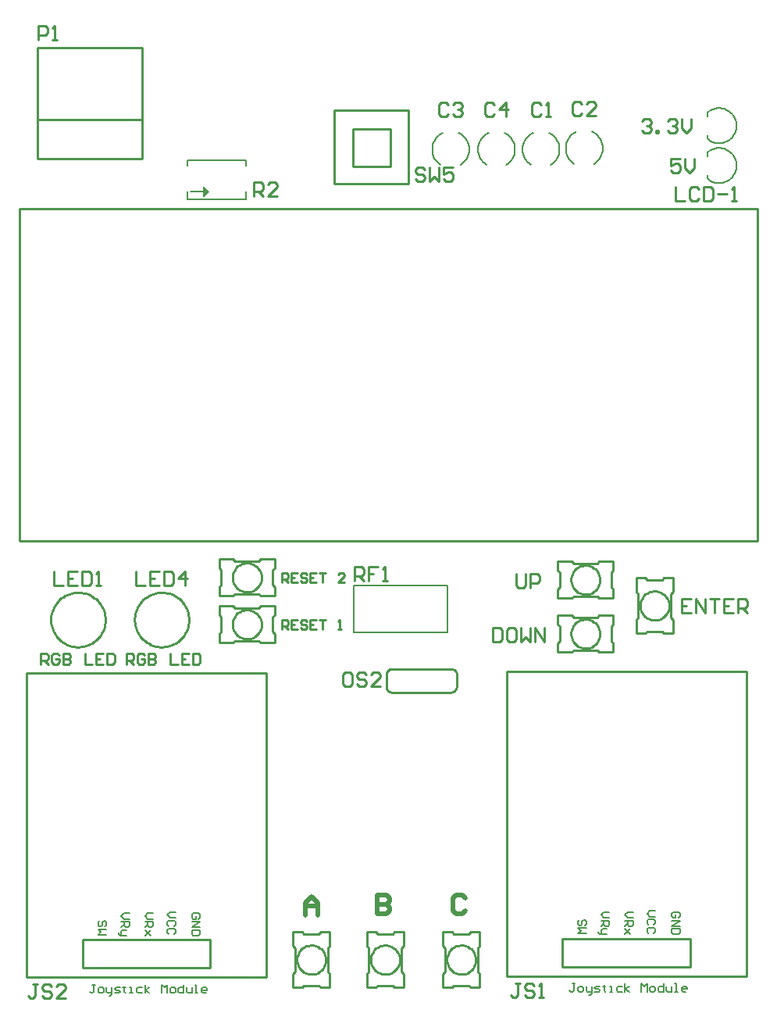
<source format=gto>
G04 Layer_Color=65535*
%FSLAX25Y25*%
%MOIN*%
G70*
G01*
G75*
%ADD37C,0.00787*%
%ADD38C,0.01000*%
%ADD39C,0.00913*%
%ADD40C,0.00600*%
%ADD41C,0.00709*%
%ADD42C,0.02000*%
D37*
X411232Y669860D02*
X412034Y670446D01*
X412756Y671127D01*
X413387Y671895D01*
X413916Y672735D01*
X414334Y673635D01*
X414637Y674581D01*
X414817Y675558D01*
X414874Y676549D01*
X414805Y677539D01*
X414612Y678514D01*
X414298Y679456D01*
X413868Y680351D01*
X413329Y681184D01*
X412689Y681944D01*
X411959Y682617D01*
X411150Y683192D01*
X410274Y683661D01*
X403726Y683661D02*
X402850Y683192D01*
X402041Y682617D01*
X401311Y681944D01*
X400671Y681184D01*
X400132Y680351D01*
X399702Y679456D01*
X399388Y678514D01*
X399195Y677539D01*
X399126Y676549D01*
X399183Y675558D01*
X399363Y674581D01*
X399666Y673635D01*
X400084Y672735D01*
X400613Y671895D01*
X401244Y671127D01*
X401966Y670446D01*
X402768Y669860D01*
X391732D02*
X392534Y670446D01*
X393256Y671127D01*
X393887Y671895D01*
X394416Y672735D01*
X394834Y673635D01*
X395137Y674581D01*
X395317Y675558D01*
X395374Y676549D01*
X395305Y677539D01*
X395112Y678514D01*
X394798Y679456D01*
X394368Y680351D01*
X393829Y681184D01*
X393189Y681944D01*
X392459Y682617D01*
X391650Y683192D01*
X390774Y683661D01*
X384226Y683661D02*
X383350Y683192D01*
X382541Y682617D01*
X381811Y681944D01*
X381171Y681184D01*
X380632Y680351D01*
X380202Y679456D01*
X379888Y678514D01*
X379695Y677539D01*
X379626Y676549D01*
X379683Y675558D01*
X379863Y674581D01*
X380166Y673635D01*
X380585Y672735D01*
X381113Y671895D01*
X381744Y671127D01*
X382466Y670446D01*
X383268Y669860D01*
X496955Y681108D02*
X497729Y680492D01*
X498577Y679984D01*
X499484Y679592D01*
X500436Y679322D01*
X501414Y679180D01*
X502403Y679168D01*
X503384Y679286D01*
X504342Y679532D01*
X505259Y679902D01*
X506119Y680390D01*
X506908Y680986D01*
X507611Y681681D01*
X508217Y682462D01*
X508715Y683316D01*
X509096Y684229D01*
X509354Y685183D01*
X509484Y686163D01*
Y687152D01*
X509354Y688132D01*
X509096Y689086D01*
X508715Y689999D01*
X508217Y690853D01*
X507611Y691634D01*
X506908Y692329D01*
X506119Y692925D01*
X505259Y693412D01*
X504342Y693783D01*
X503384Y694029D01*
X502403Y694147D01*
X501414Y694135D01*
X500436Y693993D01*
X499484Y693723D01*
X498577Y693331D01*
X497729Y692822D01*
X496955Y692207D01*
Y664108D02*
X497729Y663492D01*
X498577Y662984D01*
X499484Y662592D01*
X500436Y662322D01*
X501414Y662180D01*
X502403Y662168D01*
X503384Y662286D01*
X504342Y662532D01*
X505259Y662902D01*
X506119Y663390D01*
X506908Y663986D01*
X507611Y664681D01*
X508217Y665462D01*
X508715Y666316D01*
X509096Y667229D01*
X509354Y668183D01*
X509484Y669163D01*
Y670152D01*
X509354Y671132D01*
X509096Y672086D01*
X508715Y672999D01*
X508217Y673853D01*
X507611Y674634D01*
X506908Y675329D01*
X506119Y675925D01*
X505259Y676412D01*
X504342Y676782D01*
X503384Y677029D01*
X502403Y677147D01*
X501414Y677135D01*
X500436Y676992D01*
X499484Y676723D01*
X498577Y676331D01*
X497729Y675822D01*
X496955Y675207D01*
X448732Y670360D02*
X449534Y670946D01*
X450256Y671627D01*
X450887Y672395D01*
X451416Y673235D01*
X451834Y674135D01*
X452137Y675081D01*
X452317Y676058D01*
X452374Y677049D01*
X452305Y678040D01*
X452112Y679014D01*
X451798Y679956D01*
X451368Y680851D01*
X450829Y681684D01*
X450189Y682444D01*
X449459Y683116D01*
X448650Y683692D01*
X447774Y684161D01*
X441226Y684161D02*
X440350Y683692D01*
X439541Y683116D01*
X438811Y682444D01*
X438171Y681684D01*
X437632Y680851D01*
X437202Y679956D01*
X436888Y679014D01*
X436695Y678040D01*
X436626Y677049D01*
X436683Y676058D01*
X436863Y675081D01*
X437166Y674135D01*
X437584Y673235D01*
X438113Y672395D01*
X438744Y671627D01*
X439466Y670946D01*
X440268Y670360D01*
X430232Y669860D02*
X431034Y670446D01*
X431756Y671127D01*
X432387Y671895D01*
X432916Y672735D01*
X433334Y673635D01*
X433637Y674581D01*
X433817Y675558D01*
X433874Y676549D01*
X433805Y677539D01*
X433612Y678514D01*
X433298Y679456D01*
X432868Y680351D01*
X432329Y681184D01*
X431689Y681944D01*
X430959Y682617D01*
X430150Y683192D01*
X429274Y683661D01*
X422726Y683661D02*
X421850Y683192D01*
X421041Y682617D01*
X420311Y681944D01*
X419671Y681184D01*
X419132Y680351D01*
X418702Y679456D01*
X418388Y678514D01*
X418195Y677539D01*
X418126Y676549D01*
X418183Y675558D01*
X418363Y674581D01*
X418666Y673635D01*
X419085Y672735D01*
X419613Y671895D01*
X420244Y671127D01*
X420966Y670446D01*
X421768Y669860D01*
X496955Y681108D02*
Y682612D01*
Y690702D02*
Y692207D01*
Y664108D02*
Y665612D01*
Y673702D02*
Y675207D01*
X346000Y470500D02*
Y490500D01*
X386000Y470500D02*
Y490500D01*
X346000Y470500D02*
X386000D01*
X346000Y490500D02*
X386000D01*
D38*
X306685Y474000D02*
X306605Y474992D01*
X306366Y475958D01*
X305976Y476874D01*
X305444Y477715D01*
X304784Y478460D01*
X304013Y479090D01*
X303151Y479588D01*
X302221Y479941D01*
X301245Y480140D01*
X300251Y480180D01*
X299263Y480060D01*
X298307Y479783D01*
X297408Y479356D01*
X296588Y478791D01*
X295871Y478101D01*
X295273Y477306D01*
X294810Y476424D01*
X294495Y475480D01*
X294335Y474498D01*
X294335Y473502D01*
X294495Y472520D01*
X294810Y471576D01*
X295273Y470694D01*
X295871Y469899D01*
X296588Y469209D01*
X297408Y468644D01*
X298307Y468217D01*
X299263Y467940D01*
X300251Y467820D01*
X301245Y467860D01*
X302221Y468059D01*
X303151Y468412D01*
X304013Y468910D01*
X304784Y469540D01*
X305444Y470285D01*
X305976Y471126D01*
X306366Y472042D01*
X306605Y473008D01*
X306685Y474000D01*
Y494000D02*
X306605Y494992D01*
X306366Y495959D01*
X305976Y496874D01*
X305444Y497715D01*
X304784Y498460D01*
X304013Y499090D01*
X303151Y499587D01*
X302221Y499940D01*
X301245Y500140D01*
X300251Y500180D01*
X299263Y500060D01*
X298307Y499783D01*
X297408Y499356D01*
X296588Y498791D01*
X295871Y498101D01*
X295273Y497305D01*
X294810Y496424D01*
X294495Y495480D01*
X294335Y494498D01*
X294335Y493502D01*
X294495Y492520D01*
X294810Y491576D01*
X295273Y490695D01*
X295871Y489899D01*
X296588Y489209D01*
X297408Y488644D01*
X298307Y488217D01*
X299263Y487940D01*
X300251Y487820D01*
X301245Y487860D01*
X302221Y488060D01*
X303151Y488413D01*
X304013Y488910D01*
X304784Y489540D01*
X305444Y490285D01*
X305976Y491126D01*
X306366Y492041D01*
X306605Y493008D01*
X306685Y494000D01*
X480685Y482000D02*
X480605Y482992D01*
X480366Y483958D01*
X479976Y484874D01*
X479444Y485715D01*
X478784Y486460D01*
X478013Y487090D01*
X477151Y487587D01*
X476221Y487941D01*
X475246Y488140D01*
X474251Y488180D01*
X473263Y488060D01*
X472307Y487783D01*
X471408Y487356D01*
X470588Y486791D01*
X469871Y486101D01*
X469273Y485306D01*
X468810Y484424D01*
X468495Y483480D01*
X468335Y482498D01*
X468335Y481502D01*
X468495Y480520D01*
X468810Y479576D01*
X469273Y478694D01*
X469871Y477899D01*
X470588Y477209D01*
X471408Y476644D01*
X472307Y476217D01*
X473263Y475940D01*
X474251Y475820D01*
X475246Y475860D01*
X476221Y476059D01*
X477151Y476412D01*
X478013Y476910D01*
X478784Y477540D01*
X479444Y478285D01*
X479976Y479126D01*
X480366Y480042D01*
X480605Y481008D01*
X480685Y482000D01*
X451185Y470000D02*
X451105Y470992D01*
X450866Y471958D01*
X450476Y472874D01*
X449944Y473715D01*
X449284Y474460D01*
X448513Y475090D01*
X447651Y475588D01*
X446721Y475941D01*
X445746Y476140D01*
X444751Y476180D01*
X443763Y476060D01*
X442807Y475783D01*
X441908Y475356D01*
X441088Y474791D01*
X440371Y474101D01*
X439773Y473306D01*
X439310Y472424D01*
X438995Y471480D01*
X438835Y470498D01*
X438835Y469502D01*
X438995Y468520D01*
X439310Y467576D01*
X439773Y466694D01*
X440371Y465899D01*
X441088Y465209D01*
X441908Y464644D01*
X442807Y464217D01*
X443763Y463940D01*
X444751Y463820D01*
X445746Y463860D01*
X446721Y464059D01*
X447651Y464412D01*
X448513Y464910D01*
X449284Y465540D01*
X449944Y466285D01*
X450476Y467126D01*
X450866Y468042D01*
X451105Y469008D01*
X451185Y470000D01*
Y493000D02*
X451105Y493992D01*
X450866Y494958D01*
X450476Y495874D01*
X449944Y496715D01*
X449284Y497460D01*
X448513Y498090D01*
X447651Y498588D01*
X446721Y498941D01*
X445746Y499140D01*
X444751Y499180D01*
X443763Y499060D01*
X442807Y498783D01*
X441908Y498356D01*
X441088Y497791D01*
X440371Y497101D01*
X439773Y496306D01*
X439310Y495424D01*
X438995Y494480D01*
X438835Y493498D01*
X438835Y492502D01*
X438995Y491520D01*
X439310Y490576D01*
X439773Y489694D01*
X440371Y488899D01*
X441088Y488209D01*
X441908Y487644D01*
X442807Y487217D01*
X443763Y486940D01*
X444751Y486820D01*
X445746Y486860D01*
X446721Y487059D01*
X447651Y487413D01*
X448513Y487910D01*
X449284Y488540D01*
X449944Y489285D01*
X450476Y490126D01*
X450866Y491042D01*
X451105Y492008D01*
X451185Y493000D01*
X390000Y453000D02*
X389732Y454000D01*
X389000Y454732D01*
X388000Y455000D01*
X387500Y445000D02*
X388457Y445190D01*
X389268Y445732D01*
X389810Y446543D01*
X390000Y447500D01*
X360000D02*
X360190Y446543D01*
X360732Y445732D01*
X361543Y445190D01*
X362500Y445000D01*
Y455000D02*
X361543Y454810D01*
X360732Y454268D01*
X360190Y453457D01*
X360000Y452500D01*
X334185Y331000D02*
X334105Y331992D01*
X333866Y332959D01*
X333476Y333874D01*
X332944Y334715D01*
X332284Y335460D01*
X331513Y336090D01*
X330651Y336588D01*
X329721Y336941D01*
X328746Y337140D01*
X327751Y337180D01*
X326763Y337060D01*
X325807Y336783D01*
X324908Y336356D01*
X324089Y335791D01*
X323371Y335101D01*
X322773Y334306D01*
X322310Y333424D01*
X321995Y332480D01*
X321835Y331498D01*
X321835Y330502D01*
X321995Y329520D01*
X322310Y328576D01*
X322773Y327695D01*
X323371Y326899D01*
X324089Y326209D01*
X324908Y325644D01*
X325807Y325217D01*
X326763Y324940D01*
X327751Y324820D01*
X328746Y324860D01*
X329721Y325060D01*
X330651Y325413D01*
X331513Y325910D01*
X332284Y326540D01*
X332944Y327285D01*
X333476Y328126D01*
X333866Y329042D01*
X334105Y330008D01*
X334185Y331000D01*
X365685D02*
X365605Y331992D01*
X365366Y332959D01*
X364976Y333874D01*
X364444Y334715D01*
X363784Y335460D01*
X363013Y336090D01*
X362151Y336588D01*
X361221Y336941D01*
X360245Y337140D01*
X359251Y337180D01*
X358263Y337060D01*
X357307Y336783D01*
X356408Y336356D01*
X355589Y335791D01*
X354871Y335101D01*
X354273Y334306D01*
X353810Y333424D01*
X353495Y332480D01*
X353335Y331498D01*
X353335Y330502D01*
X353495Y329520D01*
X353810Y328576D01*
X354273Y327695D01*
X354871Y326899D01*
X355589Y326209D01*
X356408Y325644D01*
X357307Y325217D01*
X358263Y324940D01*
X359251Y324820D01*
X360245Y324860D01*
X361221Y325060D01*
X362151Y325413D01*
X363013Y325910D01*
X363784Y326540D01*
X364444Y327285D01*
X364976Y328126D01*
X365366Y329042D01*
X365605Y330008D01*
X365685Y331000D01*
X398185D02*
X398105Y331992D01*
X397866Y332959D01*
X397476Y333874D01*
X396944Y334715D01*
X396284Y335460D01*
X395513Y336090D01*
X394651Y336588D01*
X393721Y336941D01*
X392745Y337140D01*
X391751Y337180D01*
X390763Y337060D01*
X389807Y336783D01*
X388908Y336356D01*
X388088Y335791D01*
X387371Y335101D01*
X386773Y334306D01*
X386310Y333424D01*
X385995Y332480D01*
X385835Y331498D01*
X385835Y330502D01*
X385995Y329520D01*
X386310Y328576D01*
X386773Y327695D01*
X387371Y326899D01*
X388088Y326209D01*
X388908Y325644D01*
X389807Y325217D01*
X390763Y324940D01*
X391751Y324820D01*
X392745Y324860D01*
X393721Y325060D01*
X394651Y325413D01*
X395513Y325910D01*
X396284Y326540D01*
X396944Y327285D01*
X397476Y328126D01*
X397866Y329042D01*
X398105Y330008D01*
X398185Y331000D01*
X211138Y689126D02*
X255862D01*
X211138Y719870D02*
X255862D01*
Y672626D02*
Y719870D01*
X211138Y672626D02*
Y719870D01*
Y672626D02*
X255862D01*
X295469Y467000D02*
X305531D01*
X295469Y481000D02*
X305531D01*
X311500Y470874D02*
Y477126D01*
X289500Y470874D02*
Y477126D01*
X294594Y481874D02*
X295469Y481000D01*
X288689Y481874D02*
X294594D01*
X305531Y481000D02*
X306406Y481874D01*
X312311D01*
X294594Y466126D02*
X295469Y467000D01*
X288689Y466126D02*
X294594D01*
X305531Y467000D02*
X306406Y466126D01*
X312311D01*
X311500Y470874D02*
X312311Y470063D01*
Y466126D02*
Y470063D01*
X311500Y477126D02*
X312311Y477937D01*
Y481874D01*
X288689Y470063D02*
X289500Y470874D01*
X288689Y466126D02*
Y470063D01*
Y477937D02*
X289500Y477126D01*
X288689Y477937D02*
Y481874D01*
X295469Y487000D02*
X305531D01*
X295469Y501000D02*
X305531D01*
X311500Y490874D02*
Y497126D01*
X289500Y490874D02*
Y497126D01*
X294594Y501874D02*
X295469Y501000D01*
X288689Y501874D02*
X294594D01*
X305531Y501000D02*
X306406Y501874D01*
X312311D01*
X294594Y486126D02*
X295469Y487000D01*
X288689Y486126D02*
X294594D01*
X305531Y487000D02*
X306406Y486126D01*
X312311D01*
X311500Y490874D02*
X312311Y490063D01*
Y486126D02*
Y490063D01*
X311500Y497126D02*
X312311Y497937D01*
Y501874D01*
X288689Y490063D02*
X289500Y490874D01*
X288689Y486126D02*
Y490063D01*
Y497937D02*
X289500Y497126D01*
X288689Y497937D02*
Y501874D01*
X481500Y476969D02*
Y487031D01*
X467500Y476969D02*
Y487031D01*
X471374Y493000D02*
X477626D01*
X471374Y471000D02*
X477626D01*
X466626Y476094D02*
X467500Y476969D01*
X466626Y470189D02*
Y476094D01*
Y487906D02*
X467500Y487031D01*
X466626Y487906D02*
Y493811D01*
X481500Y476969D02*
X482374Y476094D01*
Y470189D02*
Y476094D01*
X481500Y487031D02*
X482374Y487906D01*
Y493811D01*
X477626Y493000D02*
X478437Y493811D01*
X482374D01*
X470563D02*
X471374Y493000D01*
X466626Y493811D02*
X470563D01*
X477626Y471000D02*
X478437Y470189D01*
X482374D01*
X470563D02*
X471374Y471000D01*
X466626Y470189D02*
X470563D01*
X439969Y463000D02*
X450031D01*
X439969Y477000D02*
X450031D01*
X456000Y466874D02*
Y473126D01*
X434000Y466874D02*
Y473126D01*
X439094Y477874D02*
X439969Y477000D01*
X433189Y477874D02*
X439094D01*
X450031Y477000D02*
X450906Y477874D01*
X456811D01*
X439094Y462126D02*
X439969Y463000D01*
X433189Y462126D02*
X439094D01*
X450031Y463000D02*
X450906Y462126D01*
X456811D01*
X456000Y466874D02*
X456811Y466063D01*
Y462126D02*
Y466063D01*
X456000Y473126D02*
X456811Y473937D01*
Y477874D01*
X433189Y466063D02*
X434000Y466874D01*
X433189Y462126D02*
Y466063D01*
Y473937D02*
X434000Y473126D01*
X433189Y473937D02*
Y477874D01*
X439969Y486000D02*
X450031D01*
X439969Y500000D02*
X450031D01*
X456000Y489874D02*
Y496126D01*
X434000Y489874D02*
Y496126D01*
X439094Y500874D02*
X439969Y500000D01*
X433189Y500874D02*
X439094D01*
X450031Y500000D02*
X450906Y500874D01*
X456811D01*
X439094Y485126D02*
X439969Y486000D01*
X433189Y485126D02*
X439094D01*
X450031Y486000D02*
X450906Y485126D01*
X456811D01*
X456000Y489874D02*
X456811Y489063D01*
Y485126D02*
Y489063D01*
X456000Y496126D02*
X456811Y496937D01*
Y500874D01*
X433189Y489063D02*
X434000Y489874D01*
X433189Y485126D02*
Y489063D01*
Y496937D02*
X434000Y496126D01*
X433189Y496937D02*
Y500874D01*
X284862Y327500D02*
Y339500D01*
X230362Y327500D02*
X284862D01*
X230362Y339500D02*
X284862D01*
X230362Y327500D02*
Y339500D01*
X206500Y323500D02*
X308862D01*
X206500D02*
Y453421D01*
X308862Y323500D02*
Y453421D01*
X206500D02*
X308862D01*
X489681Y328000D02*
Y340000D01*
X435181Y328000D02*
X489681D01*
X435181Y340000D02*
X489681D01*
X435181Y328000D02*
Y340000D01*
X411319Y324000D02*
X513681D01*
X411319D02*
Y453921D01*
X513681Y324000D02*
Y453921D01*
X411319D02*
X513681D01*
X203504Y509610D02*
X518465D01*
X203504D02*
Y651343D01*
X518465Y509610D02*
Y651343D01*
X203504D02*
X518465D01*
X360000Y447500D02*
Y452500D01*
X362500Y445000D02*
X387500D01*
X390000Y447500D02*
Y453000D01*
X362500Y455000D02*
X388000D01*
X335000Y325969D02*
Y336031D01*
X321000Y325969D02*
Y336031D01*
X324874Y342000D02*
X331126D01*
X324874Y320000D02*
X331126D01*
X320126Y325094D02*
X321000Y325969D01*
X320126Y319189D02*
Y325094D01*
Y336906D02*
X321000Y336031D01*
X320126Y336906D02*
Y342811D01*
X335000Y325969D02*
X335874Y325094D01*
Y319189D02*
Y325094D01*
X335000Y336031D02*
X335874Y336906D01*
Y342811D01*
X331126Y342000D02*
X331937Y342811D01*
X335874D01*
X324063D02*
X324874Y342000D01*
X320126Y342811D02*
X324063D01*
X331126Y320000D02*
X331937Y319189D01*
X335874D01*
X324063D02*
X324874Y320000D01*
X320126Y319189D02*
X324063D01*
X366500Y325969D02*
Y336031D01*
X352500Y325969D02*
Y336031D01*
X356374Y342000D02*
X362626D01*
X356374Y320000D02*
X362626D01*
X351626Y325094D02*
X352500Y325969D01*
X351626Y319189D02*
Y325094D01*
Y336906D02*
X352500Y336031D01*
X351626Y336906D02*
Y342811D01*
X366500Y325969D02*
X367374Y325094D01*
Y319189D02*
Y325094D01*
X366500Y336031D02*
X367374Y336906D01*
Y342811D01*
X362626Y342000D02*
X363437Y342811D01*
X367374D01*
X355563D02*
X356374Y342000D01*
X351626Y342811D02*
X355563D01*
X362626Y320000D02*
X363437Y319189D01*
X367374D01*
X355563D02*
X356374Y320000D01*
X351626Y319189D02*
X355563D01*
X399000Y325969D02*
Y336031D01*
X385000Y325969D02*
Y336031D01*
X388874Y342000D02*
X395126D01*
X388874Y320000D02*
X395126D01*
X384126Y325094D02*
X385000Y325969D01*
X384126Y319189D02*
Y325094D01*
Y336906D02*
X385000Y336031D01*
X384126Y336906D02*
Y342811D01*
X399000Y325969D02*
X399874Y325094D01*
Y319189D02*
Y325094D01*
X399000Y336031D02*
X399874Y336906D01*
Y342811D01*
X395126Y342000D02*
X395937Y342811D01*
X399874D01*
X388063D02*
X388874Y342000D01*
X384126Y342811D02*
X388063D01*
X395126Y320000D02*
X395937Y319189D01*
X399874D01*
X388063D02*
X388874Y320000D01*
X384126Y319189D02*
X388063D01*
X337878Y661843D02*
Y693339D01*
X337882Y693343D02*
X369378D01*
X337882Y661843D02*
X369378D01*
Y661846D02*
Y693343D01*
X346130Y685343D02*
X361878D01*
Y669469D02*
Y685217D01*
X345878Y669469D02*
Y685217D01*
Y669343D02*
X361626D01*
X425999Y695498D02*
X424999Y696498D01*
X423000D01*
X422000Y695498D01*
Y691500D01*
X423000Y690500D01*
X424999D01*
X425999Y691500D01*
X427998Y690500D02*
X429997D01*
X428998D01*
Y696498D01*
X427998Y695498D01*
X443499Y695998D02*
X442499Y696998D01*
X440500D01*
X439500Y695998D01*
Y692000D01*
X440500Y691000D01*
X442499D01*
X443499Y692000D01*
X449497Y691000D02*
X445498D01*
X449497Y694999D01*
Y695998D01*
X448497Y696998D01*
X446498D01*
X445498Y695998D01*
X386499Y695498D02*
X385499Y696498D01*
X383500D01*
X382500Y695498D01*
Y691500D01*
X383500Y690500D01*
X385499D01*
X386499Y691500D01*
X388498Y695498D02*
X389498Y696498D01*
X391497D01*
X392497Y695498D01*
Y694499D01*
X391497Y693499D01*
X390497D01*
X391497D01*
X392497Y692499D01*
Y691500D01*
X391497Y690500D01*
X389498D01*
X388498Y691500D01*
X405999Y695498D02*
X404999Y696498D01*
X403000D01*
X402000Y695498D01*
Y691500D01*
X403000Y690500D01*
X404999D01*
X405999Y691500D01*
X410997Y690500D02*
Y696498D01*
X407998Y693499D01*
X411997D01*
X416999Y320998D02*
X414999D01*
X415999D01*
Y316000D01*
X414999Y315000D01*
X414000D01*
X413000Y316000D01*
X422997Y319998D02*
X421997Y320998D01*
X419998D01*
X418998Y319998D01*
Y318999D01*
X419998Y317999D01*
X421997D01*
X422997Y316999D01*
Y316000D01*
X421997Y315000D01*
X419998D01*
X418998Y316000D01*
X424996Y315000D02*
X426996D01*
X425996D01*
Y320998D01*
X424996Y319998D01*
X210999Y320498D02*
X208999D01*
X209999D01*
Y315500D01*
X208999Y314500D01*
X208000D01*
X207000Y315500D01*
X216997Y319498D02*
X215997Y320498D01*
X213998D01*
X212998Y319498D01*
Y318499D01*
X213998Y317499D01*
X215997D01*
X216997Y316499D01*
Y315500D01*
X215997Y314500D01*
X213998D01*
X212998Y315500D01*
X222995Y314500D02*
X218996D01*
X222995Y318499D01*
Y319498D01*
X221995Y320498D01*
X219996D01*
X218996Y319498D01*
X483500Y660498D02*
Y654500D01*
X487499D01*
X493497Y659498D02*
X492497Y660498D01*
X490498D01*
X489498Y659498D01*
Y655500D01*
X490498Y654500D01*
X492497D01*
X493497Y655500D01*
X495496Y660498D02*
Y654500D01*
X498495D01*
X499495Y655500D01*
Y659498D01*
X498495Y660498D01*
X495496D01*
X501494Y657499D02*
X505493D01*
X507492Y654500D02*
X509492D01*
X508492D01*
Y660498D01*
X507492Y659498D01*
X218000Y496498D02*
Y490500D01*
X221999D01*
X227997Y496498D02*
X223998D01*
Y490500D01*
X227997D01*
X223998Y493499D02*
X225997D01*
X229996Y496498D02*
Y490500D01*
X232995D01*
X233995Y491500D01*
Y495498D01*
X232995Y496498D01*
X229996D01*
X235994Y490500D02*
X237994D01*
X236994D01*
Y496498D01*
X235994Y495498D01*
X485499Y672498D02*
X481500D01*
Y669499D01*
X483499Y670499D01*
X484499D01*
X485499Y669499D01*
Y667500D01*
X484499Y666500D01*
X482500D01*
X481500Y667500D01*
X487498Y672498D02*
Y668499D01*
X489497Y666500D01*
X491497Y668499D01*
Y672498D01*
X469000Y688498D02*
X470000Y689498D01*
X471999D01*
X472999Y688498D01*
Y687499D01*
X471999Y686499D01*
X470999D01*
X471999D01*
X472999Y685499D01*
Y684500D01*
X471999Y683500D01*
X470000D01*
X469000Y684500D01*
X474998Y683500D02*
Y684500D01*
X475998D01*
Y683500D01*
X474998D01*
X479996Y688498D02*
X480996Y689498D01*
X482996D01*
X483995Y688498D01*
Y687499D01*
X482996Y686499D01*
X481996D01*
X482996D01*
X483995Y685499D01*
Y684500D01*
X482996Y683500D01*
X480996D01*
X479996Y684500D01*
X485994Y689498D02*
Y685499D01*
X487994Y683500D01*
X489993Y685499D01*
Y689498D01*
X253000Y496498D02*
Y490500D01*
X256999D01*
X262997Y496498D02*
X258998D01*
Y490500D01*
X262997D01*
X258998Y493499D02*
X260997D01*
X264996Y496498D02*
Y490500D01*
X267995D01*
X268995Y491500D01*
Y495498D01*
X267995Y496498D01*
X264996D01*
X273993Y490500D02*
Y496498D01*
X270994Y493499D01*
X274993D01*
X344499Y453498D02*
X342500D01*
X341500Y452498D01*
Y448500D01*
X342500Y447500D01*
X344499D01*
X345499Y448500D01*
Y452498D01*
X344499Y453498D01*
X351497Y452498D02*
X350497Y453498D01*
X348498D01*
X347498Y452498D01*
Y451499D01*
X348498Y450499D01*
X350497D01*
X351497Y449499D01*
Y448500D01*
X350497Y447500D01*
X348498D01*
X347498Y448500D01*
X357495Y447500D02*
X353496D01*
X357495Y451499D01*
Y452498D01*
X356495Y453498D01*
X354496D01*
X353496Y452498D01*
X211600Y723400D02*
Y729398D01*
X214599D01*
X215599Y728398D01*
Y726399D01*
X214599Y725399D01*
X211600D01*
X217598Y723400D02*
X219597D01*
X218598D01*
Y729398D01*
X217598Y728398D01*
X303500Y656500D02*
Y662498D01*
X306499D01*
X307499Y661498D01*
Y659499D01*
X306499Y658499D01*
X303500D01*
X305499D02*
X307499Y656500D01*
X313497D02*
X309498D01*
X313497Y660499D01*
Y661498D01*
X312497Y662498D01*
X310498D01*
X309498Y661498D01*
X346500Y492500D02*
Y498498D01*
X349499D01*
X350499Y497498D01*
Y495499D01*
X349499Y494499D01*
X346500D01*
X348499D02*
X350499Y492500D01*
X356497Y498498D02*
X352498D01*
Y495499D01*
X354497D01*
X352498D01*
Y492500D01*
X358496D02*
X360495D01*
X359496D01*
Y498498D01*
X358496Y497498D01*
X415500Y495498D02*
Y490500D01*
X416500Y489500D01*
X418499D01*
X419499Y490500D01*
Y495498D01*
X421498Y489500D02*
Y495498D01*
X424497D01*
X425497Y494498D01*
Y492499D01*
X424497Y491499D01*
X421498D01*
X405500Y472498D02*
Y466500D01*
X408499D01*
X409499Y467500D01*
Y471498D01*
X408499Y472498D01*
X405500D01*
X414497D02*
X412498D01*
X411498Y471498D01*
Y467500D01*
X412498Y466500D01*
X414497D01*
X415497Y467500D01*
Y471498D01*
X414497Y472498D01*
X417496D02*
Y466500D01*
X419495Y468499D01*
X421495Y466500D01*
Y472498D01*
X423494Y466500D02*
Y472498D01*
X427493Y466500D01*
Y472498D01*
X489999Y484998D02*
X486000D01*
Y479000D01*
X489999D01*
X486000Y481999D02*
X487999D01*
X491998Y479000D02*
Y484998D01*
X495997Y479000D01*
Y484998D01*
X497996D02*
X501995D01*
X499996D01*
Y479000D01*
X507993Y484998D02*
X503994D01*
Y479000D01*
X507993D01*
X503994Y481999D02*
X505994D01*
X509992Y479000D02*
Y484998D01*
X512991D01*
X513991Y483998D01*
Y481999D01*
X512991Y480999D01*
X509992D01*
X511992D02*
X513991Y479000D01*
X315500Y492000D02*
Y495999D01*
X317499D01*
X318166Y495332D01*
Y493999D01*
X317499Y493333D01*
X315500D01*
X316833D02*
X318166Y492000D01*
X322165Y495999D02*
X319499D01*
Y492000D01*
X322165D01*
X319499Y493999D02*
X320832D01*
X326163Y495332D02*
X325497Y495999D01*
X324164D01*
X323497Y495332D01*
Y494666D01*
X324164Y493999D01*
X325497D01*
X326163Y493333D01*
Y492666D01*
X325497Y492000D01*
X324164D01*
X323497Y492666D01*
X330162Y495999D02*
X327496D01*
Y492000D01*
X330162D01*
X327496Y493999D02*
X328829D01*
X331495Y495999D02*
X334161D01*
X332828D01*
Y492000D01*
X342158D02*
X339492D01*
X342158Y494666D01*
Y495332D01*
X341492Y495999D01*
X340159D01*
X339492Y495332D01*
X315500Y472000D02*
Y475999D01*
X317499D01*
X318166Y475332D01*
Y473999D01*
X317499Y473333D01*
X315500D01*
X316833D02*
X318166Y472000D01*
X322165Y475999D02*
X319499D01*
Y472000D01*
X322165D01*
X319499Y473999D02*
X320832D01*
X326163Y475332D02*
X325497Y475999D01*
X324164D01*
X323497Y475332D01*
Y474666D01*
X324164Y473999D01*
X325497D01*
X326163Y473333D01*
Y472666D01*
X325497Y472000D01*
X324164D01*
X323497Y472666D01*
X330162Y475999D02*
X327496D01*
Y472000D01*
X330162D01*
X327496Y473999D02*
X328829D01*
X331495Y475999D02*
X334161D01*
X332828D01*
Y472000D01*
X339492D02*
X340825D01*
X340159D01*
Y475999D01*
X339492Y475332D01*
X376499Y667841D02*
X375499Y668841D01*
X373500D01*
X372500Y667841D01*
Y666841D01*
X373500Y665842D01*
X375499D01*
X376499Y664842D01*
Y663842D01*
X375499Y662843D01*
X373500D01*
X372500Y663842D01*
X378498Y668841D02*
Y662843D01*
X380497Y664842D01*
X382497Y662843D01*
Y668841D01*
X388495D02*
X384496D01*
Y665842D01*
X386495Y666841D01*
X387495D01*
X388495Y665842D01*
Y663842D01*
X387495Y662843D01*
X385496D01*
X384496Y663842D01*
X249000Y457000D02*
Y461723D01*
X251361D01*
X252149Y460936D01*
Y459361D01*
X251361Y458574D01*
X249000D01*
X250574D02*
X252149Y457000D01*
X256872Y460936D02*
X256084Y461723D01*
X254510D01*
X253723Y460936D01*
Y457787D01*
X254510Y457000D01*
X256084D01*
X256872Y457787D01*
Y459361D01*
X255297D01*
X258446Y461723D02*
Y457000D01*
X260807D01*
X261594Y457787D01*
Y458574D01*
X260807Y459361D01*
X258446D01*
X260807D01*
X261594Y460149D01*
Y460936D01*
X260807Y461723D01*
X258446D01*
X267892D02*
Y457000D01*
X271040D01*
X275763Y461723D02*
X272614D01*
Y457000D01*
X275763D01*
X272614Y459361D02*
X274189D01*
X277337Y461723D02*
Y457000D01*
X279699D01*
X280486Y457787D01*
Y460936D01*
X279699Y461723D01*
X277337D01*
X212500Y457000D02*
Y461723D01*
X214861D01*
X215649Y460936D01*
Y459361D01*
X214861Y458574D01*
X212500D01*
X214074D02*
X215649Y457000D01*
X220372Y460936D02*
X219584Y461723D01*
X218010D01*
X217223Y460936D01*
Y457787D01*
X218010Y457000D01*
X219584D01*
X220372Y457787D01*
Y459361D01*
X218797D01*
X221946Y461723D02*
Y457000D01*
X224307D01*
X225094Y457787D01*
Y458574D01*
X224307Y459361D01*
X221946D01*
X224307D01*
X225094Y460149D01*
Y460936D01*
X224307Y461723D01*
X221946D01*
X231392D02*
Y457000D01*
X234540D01*
X239263Y461723D02*
X236114D01*
Y457000D01*
X239263D01*
X236114Y459361D02*
X237689D01*
X240837Y461723D02*
Y457000D01*
X243199D01*
X243986Y457787D01*
Y460936D01*
X243199Y461723D01*
X240837D01*
D39*
X275764Y476000D02*
X275721Y476998D01*
X275592Y477989D01*
X275379Y478966D01*
X275082Y479920D01*
X274705Y480845D01*
X274249Y481735D01*
X273719Y482582D01*
X273118Y483380D01*
X272450Y484124D01*
X271721Y484807D01*
X270936Y485425D01*
X270100Y485974D01*
X269221Y486448D01*
X268304Y486846D01*
X267356Y487163D01*
X266385Y487397D01*
X265397Y487547D01*
X264400Y487611D01*
X263400Y487590D01*
X262407Y487483D01*
X261426Y487290D01*
X260466Y487014D01*
X259532Y486657D01*
X258633Y486221D01*
X257775Y485709D01*
X256964Y485125D01*
X256206Y484473D01*
X255507Y483759D01*
X254872Y482987D01*
X254306Y482164D01*
X253813Y481295D01*
X253396Y480387D01*
X253059Y479446D01*
X252803Y478480D01*
X252632Y477495D01*
X252546Y476500D01*
Y475500D01*
X252632Y474505D01*
X252803Y473520D01*
X253058Y472554D01*
X253396Y471613D01*
X253813Y470705D01*
X254306Y469836D01*
X254872Y469013D01*
X255507Y468241D01*
X256206Y467527D01*
X256964Y466875D01*
X257775Y466291D01*
X258633Y465779D01*
X259532Y465343D01*
X260466Y464986D01*
X261426Y464710D01*
X262407Y464517D01*
X263400Y464410D01*
X264400Y464389D01*
X265397Y464453D01*
X266385Y464603D01*
X267356Y464837D01*
X268304Y465154D01*
X269221Y465552D01*
X270100Y466026D01*
X270936Y466575D01*
X271721Y467193D01*
X272450Y467876D01*
X273118Y468620D01*
X273719Y469418D01*
X274249Y470265D01*
X274705Y471155D01*
X275082Y472080D01*
X275379Y473034D01*
X275592Y474011D01*
X275721Y475002D01*
X275764Y476000D01*
X240063D02*
X240020Y476998D01*
X239891Y477989D01*
X239678Y478966D01*
X239381Y479920D01*
X239004Y480845D01*
X238548Y481735D01*
X238018Y482582D01*
X237417Y483380D01*
X236749Y484124D01*
X236020Y484807D01*
X235235Y485425D01*
X234400Y485974D01*
X233520Y486448D01*
X232603Y486846D01*
X231655Y487163D01*
X230684Y487397D01*
X229696Y487547D01*
X228699Y487611D01*
X227700Y487590D01*
X226706Y487483D01*
X225725Y487290D01*
X224765Y487014D01*
X223832Y486657D01*
X222933Y486221D01*
X222074Y485709D01*
X221264Y485125D01*
X220506Y484473D01*
X219807Y483759D01*
X219172Y482987D01*
X218605Y482164D01*
X218112Y481295D01*
X217695Y480387D01*
X217358Y479446D01*
X217103Y478480D01*
X216931Y477495D01*
X216845Y476500D01*
Y475500D01*
X216931Y474505D01*
X217103Y473520D01*
X217358Y472554D01*
X217695Y471613D01*
X218112Y470705D01*
X218605Y469836D01*
X219172Y469013D01*
X219807Y468241D01*
X220506Y467527D01*
X221263Y466875D01*
X222074Y466291D01*
X222933Y465779D01*
X223832Y465343D01*
X224765Y464986D01*
X225725Y464710D01*
X226706Y464517D01*
X227700Y464410D01*
X228699Y464389D01*
X229696Y464453D01*
X230684Y464603D01*
X231655Y464837D01*
X232603Y465154D01*
X233520Y465552D01*
X234400Y466026D01*
X235235Y466575D01*
X236020Y467193D01*
X236749Y467876D01*
X237417Y468620D01*
X238018Y469418D01*
X238548Y470265D01*
X239004Y471155D01*
X239381Y472080D01*
X239678Y473034D01*
X239891Y474011D01*
X240020Y475002D01*
X240063Y476000D01*
D40*
X275000Y672000D02*
X300000D01*
X275000Y669500D02*
Y672000D01*
X300000Y655300D02*
Y658500D01*
Y669500D02*
Y672000D01*
X283500Y658000D02*
X284000Y658500D01*
X283500Y659000D02*
X284000Y658500D01*
X283000Y657500D02*
Y659500D01*
X282500Y657000D02*
X283000Y657500D01*
X282500Y660000D02*
X283000Y659500D01*
X283500Y658000D02*
Y659000D01*
X283000Y657500D02*
X283500Y658000D01*
X283000Y659500D02*
X283500Y659000D01*
X282500Y658500D02*
X284000D01*
X276500D02*
X282500D01*
Y660000D01*
Y657000D02*
Y658500D01*
X282000Y656500D02*
X282500Y657000D01*
X282000Y660500D02*
X282500Y660000D01*
X282000Y656500D02*
Y660500D01*
X275000Y655300D02*
X300000D01*
X275000D02*
Y658500D01*
D41*
X239925Y345159D02*
X240515Y345749D01*
Y346930D01*
X239925Y347520D01*
X239335D01*
X238744Y346930D01*
Y345749D01*
X238154Y345159D01*
X237564D01*
X236973Y345749D01*
Y346930D01*
X237564Y347520D01*
X240515Y343978D02*
X236973D01*
X238154Y342797D01*
X236973Y341617D01*
X240515D01*
X440590Y320817D02*
X439409D01*
X440000D01*
Y317865D01*
X439409Y317275D01*
X438819D01*
X438229Y317865D01*
X442361Y317275D02*
X443542D01*
X444132Y317865D01*
Y319046D01*
X443542Y319636D01*
X442361D01*
X441771Y319046D01*
Y317865D01*
X442361Y317275D01*
X445313Y319636D02*
Y317865D01*
X445903Y317275D01*
X447674D01*
Y316684D01*
X447084Y316094D01*
X446493D01*
X447674Y317275D02*
Y319636D01*
X448855Y317275D02*
X450626D01*
X451216Y317865D01*
X450626Y318455D01*
X449445D01*
X448855Y319046D01*
X449445Y319636D01*
X451216D01*
X452987Y320227D02*
Y319636D01*
X452397D01*
X453578D01*
X452987D01*
Y317865D01*
X453578Y317275D01*
X455349D02*
X456530D01*
X455939D01*
Y319636D01*
X455349D01*
X460662D02*
X458891D01*
X458301Y319046D01*
Y317865D01*
X458891Y317275D01*
X460662D01*
X461843D02*
Y320817D01*
Y318455D02*
X463614Y319636D01*
X461843Y318455D02*
X463614Y317275D01*
X468927D02*
Y320817D01*
X470108Y319636D01*
X471289Y320817D01*
Y317275D01*
X473060D02*
X474240D01*
X474831Y317865D01*
Y319046D01*
X474240Y319636D01*
X473060D01*
X472469Y319046D01*
Y317865D01*
X473060Y317275D01*
X478373Y320817D02*
Y317275D01*
X476602D01*
X476012Y317865D01*
Y319046D01*
X476602Y319636D01*
X478373D01*
X479554D02*
Y317865D01*
X480144Y317275D01*
X481915D01*
Y319636D01*
X483096Y317275D02*
X484277D01*
X483686D01*
Y320817D01*
X483096D01*
X487819Y317275D02*
X486638D01*
X486048Y317865D01*
Y319046D01*
X486638Y319636D01*
X487819D01*
X488409Y319046D01*
Y318455D01*
X486048D01*
X444744Y345659D02*
X445334Y346249D01*
Y347430D01*
X444744Y348020D01*
X444153D01*
X443563Y347430D01*
Y346249D01*
X442973Y345659D01*
X442382D01*
X441792Y346249D01*
Y347430D01*
X442382Y348020D01*
X445334Y344478D02*
X441792D01*
X442973Y343297D01*
X441792Y342117D01*
X445334D01*
X484744Y348930D02*
X485334Y349520D01*
Y350701D01*
X484744Y351291D01*
X482382D01*
X481792Y350701D01*
Y349520D01*
X482382Y348930D01*
X483563D01*
Y350111D01*
X481792Y347749D02*
X485334D01*
X481792Y345388D01*
X485334D01*
Y344207D02*
X481792D01*
Y342436D01*
X482382Y341846D01*
X484744D01*
X485334Y342436D01*
Y344207D01*
X235771Y320317D02*
X234590D01*
X235181D01*
Y317365D01*
X234590Y316775D01*
X234000D01*
X233410Y317365D01*
X237542Y316775D02*
X238723D01*
X239313Y317365D01*
Y318546D01*
X238723Y319136D01*
X237542D01*
X236952Y318546D01*
Y317365D01*
X237542Y316775D01*
X240494Y319136D02*
Y317365D01*
X241084Y316775D01*
X242856D01*
Y316184D01*
X242265Y315594D01*
X241675D01*
X242856Y316775D02*
Y319136D01*
X244036Y316775D02*
X245807D01*
X246398Y317365D01*
X245807Y317955D01*
X244626D01*
X244036Y318546D01*
X244626Y319136D01*
X246398D01*
X248169Y319726D02*
Y319136D01*
X247578D01*
X248759D01*
X248169D01*
Y317365D01*
X248759Y316775D01*
X250530D02*
X251711D01*
X251120D01*
Y319136D01*
X250530D01*
X255843D02*
X254072D01*
X253482Y318546D01*
Y317365D01*
X254072Y316775D01*
X255843D01*
X257024D02*
Y320317D01*
Y317955D02*
X258795Y319136D01*
X257024Y317955D02*
X258795Y316775D01*
X264108D02*
Y320317D01*
X265289Y319136D01*
X266470Y320317D01*
Y316775D01*
X268241D02*
X269422D01*
X270012Y317365D01*
Y318546D01*
X269422Y319136D01*
X268241D01*
X267651Y318546D01*
Y317365D01*
X268241Y316775D01*
X273554Y320317D02*
Y316775D01*
X271783D01*
X271193Y317365D01*
Y318546D01*
X271783Y319136D01*
X273554D01*
X274735D02*
Y317365D01*
X275325Y316775D01*
X277096D01*
Y319136D01*
X278277Y316775D02*
X279458D01*
X278867D01*
Y320317D01*
X278277D01*
X283000Y316775D02*
X281819D01*
X281229Y317365D01*
Y318546D01*
X281819Y319136D01*
X283000D01*
X283590Y318546D01*
Y317955D01*
X281229D01*
X474834Y351791D02*
X472473D01*
X471292Y350611D01*
X472473Y349430D01*
X474834D01*
X474244Y345888D02*
X474834Y346478D01*
Y347659D01*
X474244Y348249D01*
X471882D01*
X471292Y347659D01*
Y346478D01*
X471882Y345888D01*
X474244Y342346D02*
X474834Y342936D01*
Y344117D01*
X474244Y344707D01*
X471882D01*
X471292Y344117D01*
Y342936D01*
X471882Y342346D01*
X455250Y351291D02*
X452889D01*
X451708Y350111D01*
X452889Y348930D01*
X455250D01*
X451708Y347749D02*
X455250D01*
Y345978D01*
X454660Y345388D01*
X453479D01*
X452889Y345978D01*
Y347749D01*
Y346568D02*
X451708Y345388D01*
X454070Y344207D02*
X452298D01*
X451708Y343617D01*
Y341846D01*
X451118D01*
X450527Y342436D01*
Y343026D01*
X451708Y341846D02*
X454070D01*
X279925Y348430D02*
X280515Y349020D01*
Y350201D01*
X279925Y350791D01*
X277564D01*
X276973Y350201D01*
Y349020D01*
X277564Y348430D01*
X278744D01*
Y349611D01*
X276973Y347249D02*
X280515D01*
X276973Y344888D01*
X280515D01*
Y343707D02*
X276973D01*
Y341936D01*
X277564Y341346D01*
X279925D01*
X280515Y341936D01*
Y343707D01*
X465334Y351291D02*
X462973D01*
X461792Y350111D01*
X462973Y348930D01*
X465334D01*
X461792Y347749D02*
X465334D01*
Y345978D01*
X464744Y345388D01*
X463563D01*
X462973Y345978D01*
Y347749D01*
Y346568D02*
X461792Y345388D01*
X464153Y344207D02*
X461792Y341846D01*
X462973Y343026D01*
X464153Y341846D01*
X461792Y344207D01*
X270015Y351291D02*
X267654D01*
X266473Y350111D01*
X267654Y348930D01*
X270015D01*
X269425Y345388D02*
X270015Y345978D01*
Y347159D01*
X269425Y347749D01*
X267064D01*
X266473Y347159D01*
Y345978D01*
X267064Y345388D01*
X269425Y341846D02*
X270015Y342436D01*
Y343617D01*
X269425Y344207D01*
X267064D01*
X266473Y343617D01*
Y342436D01*
X267064Y341846D01*
X260515Y350791D02*
X258154D01*
X256973Y349611D01*
X258154Y348430D01*
X260515D01*
X256973Y347249D02*
X260515D01*
Y345478D01*
X259925Y344888D01*
X258744D01*
X258154Y345478D01*
Y347249D01*
Y346069D02*
X256973Y344888D01*
X259335Y343707D02*
X256973Y341346D01*
X258154Y342526D01*
X259335Y341346D01*
X256973Y343707D01*
X250431Y350791D02*
X248070D01*
X246889Y349611D01*
X248070Y348430D01*
X250431D01*
X246889Y347249D02*
X250431D01*
Y345478D01*
X249841Y344888D01*
X248660D01*
X248070Y345478D01*
Y347249D01*
Y346069D02*
X246889Y344888D01*
X249251Y343707D02*
X247480D01*
X246889Y343117D01*
Y341346D01*
X246299D01*
X245709Y341936D01*
Y342526D01*
X246889Y341346D02*
X249251D01*
D42*
X356000Y358497D02*
Y350500D01*
X359999D01*
X361332Y351833D01*
Y353166D01*
X359999Y354499D01*
X356000D01*
X359999D01*
X361332Y355832D01*
Y357165D01*
X359999Y358497D01*
X356000D01*
X325500Y350000D02*
Y355332D01*
X328166Y357997D01*
X330832Y355332D01*
Y350000D01*
Y353999D01*
X325500D01*
X393832Y357165D02*
X392499Y358497D01*
X389833D01*
X388500Y357165D01*
Y351833D01*
X389833Y350500D01*
X392499D01*
X393832Y351833D01*
M02*

</source>
